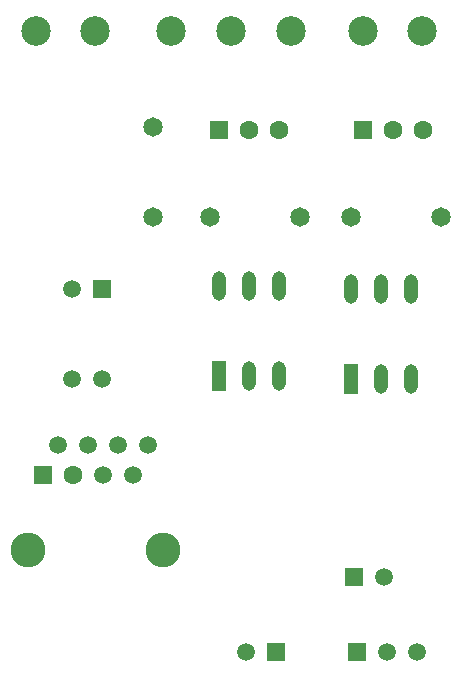
<source format=gbr>
%FSDAX24Y24*%
%MOIN*%
%SFA1B1*%

%IPPOS*%
%ADD20R,0.059100X0.059100*%
%ADD21C,0.059100*%
%ADD22R,0.059100X0.059100*%
%ADD23C,0.098400*%
%ADD24C,0.065000*%
%ADD25O,0.047200X0.098400*%
%ADD26R,0.047200X0.098400*%
%ADD27C,0.063000*%
%ADD28R,0.063000X0.063000*%
%ADD29C,0.116100*%
%ADD30C,0.063000*%
%ADD31C,0.059100*%
%ADD32R,0.059100X0.059100*%
%LNde-060418_pads_bot-1*%
%LPD*%
G54D20*
X012200Y001000D03*
X012100Y003500D03*
X009500Y001000D03*
G54D21*
X013200Y001000D03*
X014200D03*
X002700Y010100D03*
X003700D03*
X002700Y013100D03*
X013100Y003500D03*
X008500Y001000D03*
G54D22*
X003700Y013100D03*
G54D23*
X001516Y021700D03*
X003484D03*
X010000D03*
X008000D03*
X006000D03*
X014384D03*
X012416D03*
G54D24*
X005400Y018500D03*
Y015500D03*
X010300D03*
X007300D03*
X015000D03*
X012000D03*
G54D25*
X009600Y013200D03*
X008600D03*
X007600D03*
X009600Y010200D03*
X008600D03*
X014000Y013100D03*
X013000D03*
X012000D03*
X014000Y010100D03*
X013000D03*
G54D26*
X007600Y010200D03*
X012000Y010100D03*
G54D27*
X009600Y018400D03*
X008600D03*
X014400D03*
X013400D03*
G54D28*
X007600Y018400D03*
X012400D03*
G54D29*
X005750Y004390D03*
X001250D03*
G54D30*
X002750Y006890D03*
G54D31*
X003750Y006890D03*
X003250Y007890D03*
X004250D03*
X004750Y006890D03*
X002250Y007890D03*
X005250D03*
G54D32*
X001750Y006890D03*
M02*
</source>
